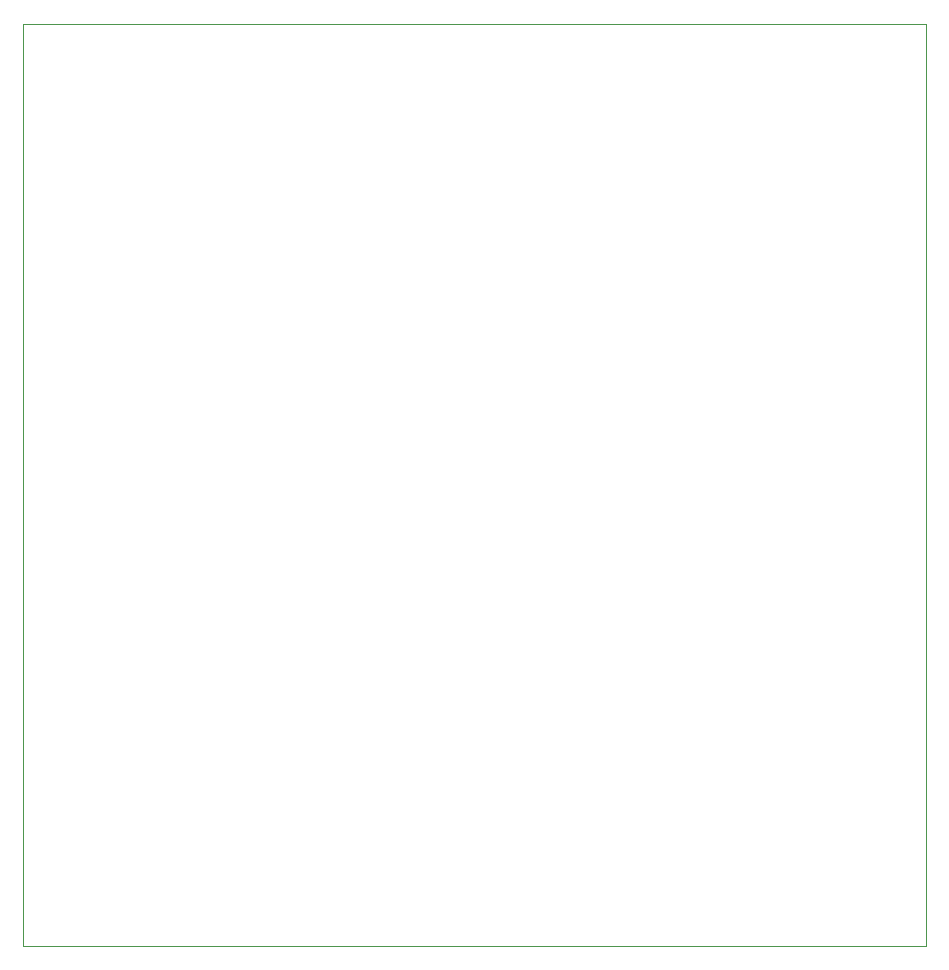
<source format=gm1>
G04 #@! TF.GenerationSoftware,KiCad,Pcbnew,7.0.10*
G04 #@! TF.CreationDate,2024-02-19T15:39:12-05:00*
G04 #@! TF.ProjectId,sdt_lpf,7364745f-6c70-4662-9e6b-696361645f70,rev?*
G04 #@! TF.SameCoordinates,PX62de0f0PY8af5bb0*
G04 #@! TF.FileFunction,Profile,NP*
%FSLAX46Y46*%
G04 Gerber Fmt 4.6, Leading zero omitted, Abs format (unit mm)*
G04 Created by KiCad (PCBNEW 7.0.10) date 2024-02-19 15:39:12*
%MOMM*%
%LPD*%
G01*
G04 APERTURE LIST*
G04 #@! TA.AperFunction,Profile*
%ADD10C,0.100000*%
G04 #@! TD*
G04 APERTURE END LIST*
D10*
X-3500000Y74600000D02*
X72950000Y74600000D01*
X72950000Y-3500000D01*
X-3500000Y-3500000D01*
X-3500000Y74600000D01*
M02*

</source>
